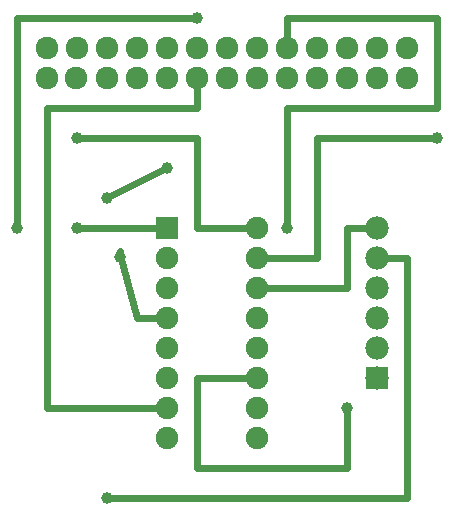
<source format=gbl>
G04 MADE WITH FRITZING*
G04 WWW.FRITZING.ORG*
G04 DOUBLE SIDED*
G04 HOLES PLATED*
G04 CONTOUR ON CENTER OF CONTOUR VECTOR*
%ASAXBY*%
%FSLAX23Y23*%
%MOIN*%
%OFA0B0*%
%SFA1.0B1.0*%
%ADD10C,0.039370*%
%ADD11C,0.075722*%
%ADD12C,0.075695*%
%ADD13C,0.078000*%
%ADD14C,0.075000*%
%ADD15R,0.078000X0.078000*%
%ADD16R,0.075000X0.075000*%
%ADD17C,0.024000*%
%LNCOPPER0*%
G90*
G70*
G54D10*
X235Y1259D03*
X635Y1659D03*
X35Y959D03*
X1435Y1259D03*
X335Y59D03*
X1135Y359D03*
X935Y959D03*
X235Y959D03*
X535Y1159D03*
X335Y1059D03*
X380Y862D03*
G54D11*
X135Y1559D03*
G54D12*
X235Y1559D03*
X335Y1559D03*
X435Y1559D03*
X535Y1559D03*
G54D11*
X635Y1559D03*
X735Y1559D03*
G54D12*
X835Y1559D03*
X935Y1559D03*
X1035Y1559D03*
X1135Y1559D03*
G54D11*
X1235Y1559D03*
G54D12*
X1335Y1559D03*
G54D11*
X135Y1459D03*
X234Y1459D03*
G54D12*
X335Y1459D03*
X435Y1459D03*
X535Y1459D03*
G54D11*
X635Y1459D03*
G54D12*
X735Y1459D03*
X835Y1459D03*
X935Y1459D03*
X1035Y1459D03*
X1135Y1459D03*
G54D11*
X1235Y1459D03*
G54D12*
X1335Y1459D03*
G54D13*
X1235Y459D03*
X1235Y559D03*
X1235Y659D03*
X1235Y759D03*
X1235Y859D03*
X1235Y959D03*
G54D14*
X535Y959D03*
X835Y959D03*
X535Y859D03*
X835Y859D03*
X535Y759D03*
X835Y759D03*
X535Y659D03*
X835Y659D03*
X535Y559D03*
X835Y559D03*
X535Y459D03*
X835Y459D03*
X535Y359D03*
X835Y359D03*
X535Y259D03*
X835Y259D03*
G54D15*
X1235Y459D03*
G54D16*
X535Y959D03*
G54D17*
X864Y859D02*
X1035Y859D01*
D02*
X435Y659D02*
X380Y867D01*
D02*
X380Y867D02*
X380Y881D01*
D02*
X507Y659D02*
X435Y659D01*
D02*
X616Y1659D02*
X35Y1659D01*
D02*
X35Y1659D02*
X35Y978D01*
D02*
X354Y59D02*
X1335Y59D01*
D02*
X1335Y59D02*
X1335Y859D01*
D02*
X1335Y859D02*
X1265Y859D01*
D02*
X635Y459D02*
X807Y459D01*
D02*
X1135Y340D02*
X1135Y159D01*
D02*
X1135Y159D02*
X635Y159D01*
D02*
X635Y159D02*
X635Y459D01*
D02*
X1135Y759D02*
X864Y759D01*
D02*
X1135Y959D02*
X1135Y759D01*
D02*
X1205Y959D02*
X1135Y959D01*
D02*
X1435Y1659D02*
X935Y1659D01*
D02*
X935Y1659D02*
X935Y1590D01*
D02*
X1435Y1359D02*
X1435Y1659D01*
D02*
X935Y1359D02*
X1435Y1359D01*
D02*
X935Y978D02*
X935Y1359D01*
D02*
X635Y959D02*
X807Y959D01*
D02*
X635Y1259D02*
X635Y959D01*
D02*
X254Y1259D02*
X635Y1259D01*
D02*
X507Y359D02*
X135Y359D01*
D02*
X135Y359D02*
X135Y1359D01*
D02*
X135Y1359D02*
X635Y1359D01*
D02*
X635Y1359D02*
X635Y1427D01*
D02*
X1035Y859D02*
X1035Y1259D01*
D02*
X1035Y1259D02*
X1416Y1259D01*
D02*
X254Y959D02*
X507Y959D01*
D02*
X352Y1067D02*
X518Y1150D01*
G04 End of Copper0*
M02*
</source>
